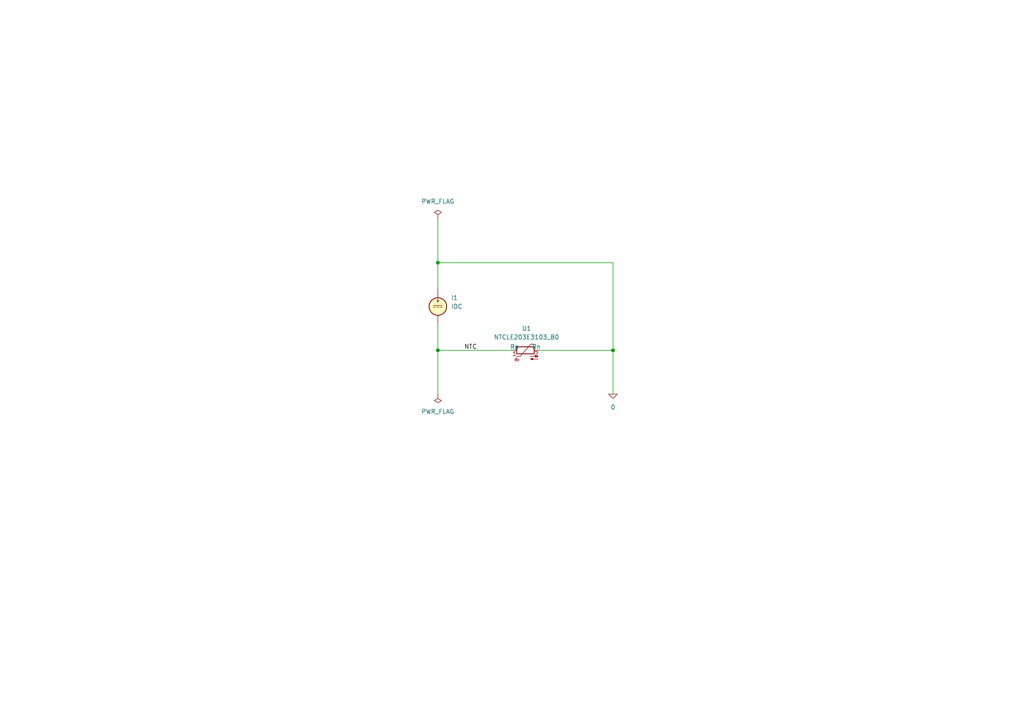
<source format=kicad_sch>
(kicad_sch (version 20211123) (generator eeschema)
  (paper "A4")
  (title_block (title "Voltage VS Current (Monte Carlo Analysis)") (date "2023-02-18") (rev "1") (company "astroelectronic@") (comment 1 "-") (comment 2 "-") (comment 3 "-") (comment 4 "AE01006103"))
  (lib_symbols
    (symbol "NTCLE203E3103_B0:NTCLE203E3103" (pin_names (offset 0))
      (property "Reference" "TH" (at -4.445 0 90))
      (property "Value" "NTCLE203E3103" (at 3.175 0 90))
      (symbol "NTCLE203E3103_0_1"
        (arc (start -3.048 2.159) (mid -3.0495 2.3143) (end -3.175 2.413))
        (arc (start -3.048 2.159) (mid -2.9736 1.9794) (end -2.794 1.905))
        (arc (start -3.048 2.794) (mid -2.9736 2.6144) (end -2.794 2.54))
        (arc (start -2.794 1.905) (mid -2.6144 1.9794) (end -2.54 2.159))
        (arc (start -2.794 2.54) (mid -2.4393 2.5587) (end -2.159 2.794))
        (arc (start -2.794 3.048) (mid -2.9736 2.9736) (end -3.048 2.794))
        (arc (start -2.54 2.794) (mid -2.6144 2.9736) (end -2.794 3.048))
        (rectangle (start -1.016 2.54) (end 1.016 -2.54) (stroke (width 0.254)))
        (polyline (pts (xy -2.54 2.159) (xy -2.54 2.794)))
        (polyline (pts (xy -1.778 2.54) (xy -1.778 1.524) (xy 1.778 -1.524) (xy 1.778 -2.54)))
        (polyline (pts (xy -2.54 -3.683) (xy -2.54 -1.397) (xy -2.794 -2.159) (xy -2.286 -2.159) (xy -2.54 -1.397) (xy -2.54 -1.651)) (fill (type outline)))
        (polyline (pts (xy -1.778 -1.397) (xy -1.778 -3.683) (xy -2.032 -2.921) (xy -1.524 -2.921) (xy -1.778 -3.683) (xy -1.778 -3.429)) (fill (type outline)))
      )
      (symbol "NTCLE203E3103_1_1"
        (pin passive line (at 0 3.81 270) (length 1.27) (name "Rp") (number "1"))
        (pin passive line (at 0 -3.81 90) (length 1.27) (name "Rn") (number "2"))
      )
    )
    (symbol "Simulation_SPICE:IDC" (pin_numbers hide) (pin_names (offset 0.0254))
      (property "Reference" "I" (at 2.54 2.54 0))
      (property "Value" "IDC" (at 2.54 0 0))
      (property "Spice_Model" "dc(1)" (at 2.54 -2.54 0))
      (symbol "IDC_0_0"
        (polyline (pts (xy -1.27 0.254) (xy 1.27 0.254)))
        (polyline (pts (xy -0.762 -0.254) (xy -1.27 -0.254)))
        (polyline (pts (xy 0.254 -0.254) (xy -0.254 -0.254)))
        (polyline (pts (xy 1.27 -0.254) (xy 0.762 -0.254)))
      )
      (symbol "IDC_0_1"
        (polyline (pts (xy 0 1.27) (xy 0 2.286)))
        (polyline (pts (xy -0.254 1.778) (xy 0 1.27) (xy 0.254 1.778)))
        (circle (center 0 0) (radius 2.54) (stroke (width 0.254)) (fill (type background)))
      )
      (symbol "IDC_1_1"
        (pin passive line (at 0 5.08 270) (length 2.54) (name "~") (number "1"))
        (pin passive line (at 0 -5.08 90) (length 2.54) (name "~") (number "2"))
      )
    )
    (symbol "power:PWR_FLAG" (power) (pin_numbers hide) (pin_names (offset 0) hide)
      (property "Value" "PWR_FLAG" (at 0 3.81 0))
      (symbol "PWR_FLAG_0_0"
        (pin power_out line (at 0 0 90) (length 0) (name "pwr") (number "1"))
      )
      (symbol "PWR_FLAG_0_1"
        (polyline (pts (xy 0 0) (xy 0 1.27) (xy -1.016 1.905) (xy 0 2.54) (xy 1.016 1.905) (xy 0 1.27)))
      )
    )
    (symbol "pspice:0" (power) (pin_names (offset 0))
      (property "Value" "0" (at 0 -1.778 0))
      (symbol "0_0_1"
        (polyline (pts (xy -1.27 0) (xy 0 -1.27) (xy 1.27 0) (xy -1.27 0)))
      )
      (symbol "0_1_1"
        (pin power_in line (at 0 0 0) (length 0) hide (name "0") (number "1"))
      )
    )
  )
  (junction (at 177.8 101.6))
  (junction (at 127 76.2))
  (junction (at 127 101.6))
  (wire (pts (xy 127 76.2) (xy 177.8 76.2)))
  (wire (pts (xy 177.8 76.2) (xy 177.8 101.6)))
  (wire (pts (xy 177.8 101.6) (xy 177.8 114.3)))
  (wire (pts (xy 148.59 101.6) (xy 127 101.6)))
  (wire (pts (xy 127 63.5) (xy 127 76.2)))
  (wire (pts (xy 127 101.6) (xy 127 93.98)))
  (wire (pts (xy 127 83.82) (xy 127 76.2)))
  (wire (pts (xy 127 101.6) (xy 127 114.3)))
  (wire (pts (xy 177.8 101.6) (xy 156.21 101.6)))
  (label "NTC" (at 134.62 101.6 0))
  (symbol (lib_id "pspice:0") (at 177.8 114.3 0) (unit 1)
    (property "Reference" "#GND01" (effects hide))
    (property "Value" "0" (at 177.8 118.11 0))
  )
  (symbol (lib_id "power:PWR_FLAG") (at 127 63.5 0) (unit 1)
    (property "Reference" "#FLG01" (effects hide))
    (property "Value" "PWR_FLAG" (at 127 58.42 0))
  )
  (symbol (lib_id "power:PWR_FLAG") (at 127 114.3 180) (unit 1)
    (property "Reference" "#FLG02" (effects hide))
    (property "Value" "PWR_FLAG" (at 127 119.38 0))
  )
  (symbol (lib_id "Simulation_SPICE:IDC") (at 127 88.9 0) (unit 1)
    (property "Reference" "I1" (at 130.81 86.3599 0) (effects (justify left)))
    (property "Value" "IDC" (at 130.81 88.8999 0) (effects (justify left)))
    (property "Spice_Netlist_Enabled" "Y" (effects hide))
    (property "Spice_Primitive" "I" (effects hide))
    (property "Spice_Model" "{ISOURCE}" (at 130.81 91.4399 0) (effects (justify left)))
  )
  (symbol (lib_id "NTCLE203E3103_B0:NTCLE203E3103") (at 152.4 101.6 90) (unit 1)
    (property "Reference" "U1" (at 152.7175 95.25 90))
    (property "Value" "NTCLE203E3103_B0" (at 152.7175 97.79 90))
    (property "Spice_Primitive" "X" (effects hide))
    (property "Spice_Model" "NTCLE203E3103_B0" (effects hide))
    (property "Spice_Netlist_Enabled" "Y" (effects hide))
    (property "Spice_Lib_File" "models/NTCLE203E3103.lib" (effects hide))
  )
)
</source>
